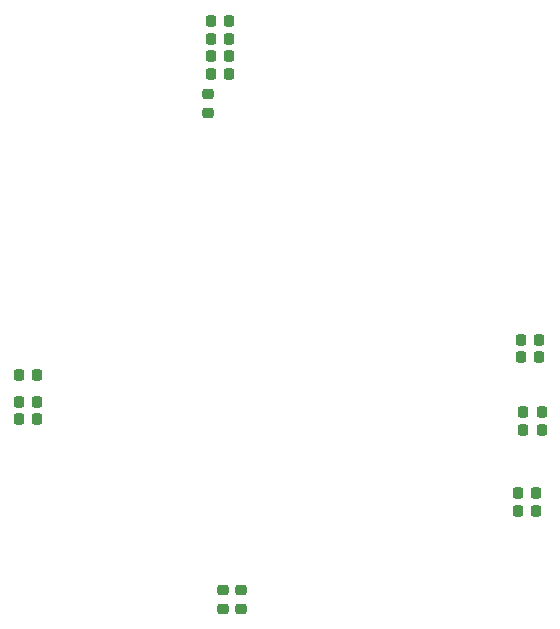
<source format=gbr>
%TF.GenerationSoftware,KiCad,Pcbnew,8.0.5*%
%TF.CreationDate,2024-11-19T12:55:29-05:00*%
%TF.ProjectId,huxley-rounded,6875786c-6579-42d7-926f-756e6465642e,rev?*%
%TF.SameCoordinates,Original*%
%TF.FileFunction,Paste,Bot*%
%TF.FilePolarity,Positive*%
%FSLAX46Y46*%
G04 Gerber Fmt 4.6, Leading zero omitted, Abs format (unit mm)*
G04 Created by KiCad (PCBNEW 8.0.5) date 2024-11-19 12:55:29*
%MOMM*%
%LPD*%
G01*
G04 APERTURE LIST*
G04 Aperture macros list*
%AMRoundRect*
0 Rectangle with rounded corners*
0 $1 Rounding radius*
0 $2 $3 $4 $5 $6 $7 $8 $9 X,Y pos of 4 corners*
0 Add a 4 corners polygon primitive as box body*
4,1,4,$2,$3,$4,$5,$6,$7,$8,$9,$2,$3,0*
0 Add four circle primitives for the rounded corners*
1,1,$1+$1,$2,$3*
1,1,$1+$1,$4,$5*
1,1,$1+$1,$6,$7*
1,1,$1+$1,$8,$9*
0 Add four rect primitives between the rounded corners*
20,1,$1+$1,$2,$3,$4,$5,0*
20,1,$1+$1,$4,$5,$6,$7,0*
20,1,$1+$1,$6,$7,$8,$9,0*
20,1,$1+$1,$8,$9,$2,$3,0*%
G04 Aperture macros list end*
%ADD10RoundRect,0.225000X0.225000X0.250000X-0.225000X0.250000X-0.225000X-0.250000X0.225000X-0.250000X0*%
%ADD11RoundRect,0.225000X-0.225000X-0.250000X0.225000X-0.250000X0.225000X0.250000X-0.225000X0.250000X0*%
%ADD12RoundRect,0.225000X-0.250000X0.225000X-0.250000X-0.225000X0.250000X-0.225000X0.250000X0.225000X0*%
%ADD13RoundRect,0.225000X0.250000X-0.225000X0.250000X0.225000X-0.250000X0.225000X-0.250000X-0.225000X0*%
G04 APERTURE END LIST*
D10*
%TO.C,C63*%
X100275000Y-93500000D03*
X98725000Y-93500000D03*
%TD*%
%TO.C,C61*%
X100275000Y-90500000D03*
X98725000Y-90500000D03*
%TD*%
D11*
%TO.C,C55*%
X124975000Y-116000000D03*
X126525000Y-116000000D03*
%TD*%
D10*
%TO.C,C60*%
X100275000Y-89000000D03*
X98725000Y-89000000D03*
%TD*%
D11*
%TO.C,C47*%
X125175000Y-122150000D03*
X126725000Y-122150000D03*
%TD*%
D10*
%TO.C,C62*%
X100275000Y-92000000D03*
X98725000Y-92000000D03*
%TD*%
D12*
%TO.C,C50*%
X99750000Y-137225000D03*
X99750000Y-138775000D03*
%TD*%
D10*
%TO.C,C44*%
X84000000Y-121250000D03*
X82450000Y-121250000D03*
%TD*%
%TO.C,C45*%
X84000000Y-122750000D03*
X82450000Y-122750000D03*
%TD*%
D11*
%TO.C,C48*%
X124725000Y-130500000D03*
X126275000Y-130500000D03*
%TD*%
D12*
%TO.C,C51*%
X101250000Y-137225000D03*
X101250000Y-138775000D03*
%TD*%
D10*
%TO.C,C53*%
X84025000Y-119000000D03*
X82475000Y-119000000D03*
%TD*%
D11*
%TO.C,C49*%
X124725000Y-129000000D03*
X126275000Y-129000000D03*
%TD*%
%TO.C,C54*%
X124975000Y-117500000D03*
X126525000Y-117500000D03*
%TD*%
D13*
%TO.C,C52*%
X98500000Y-96775000D03*
X98500000Y-95225000D03*
%TD*%
D11*
%TO.C,C46*%
X125175000Y-123650000D03*
X126725000Y-123650000D03*
%TD*%
M02*

</source>
